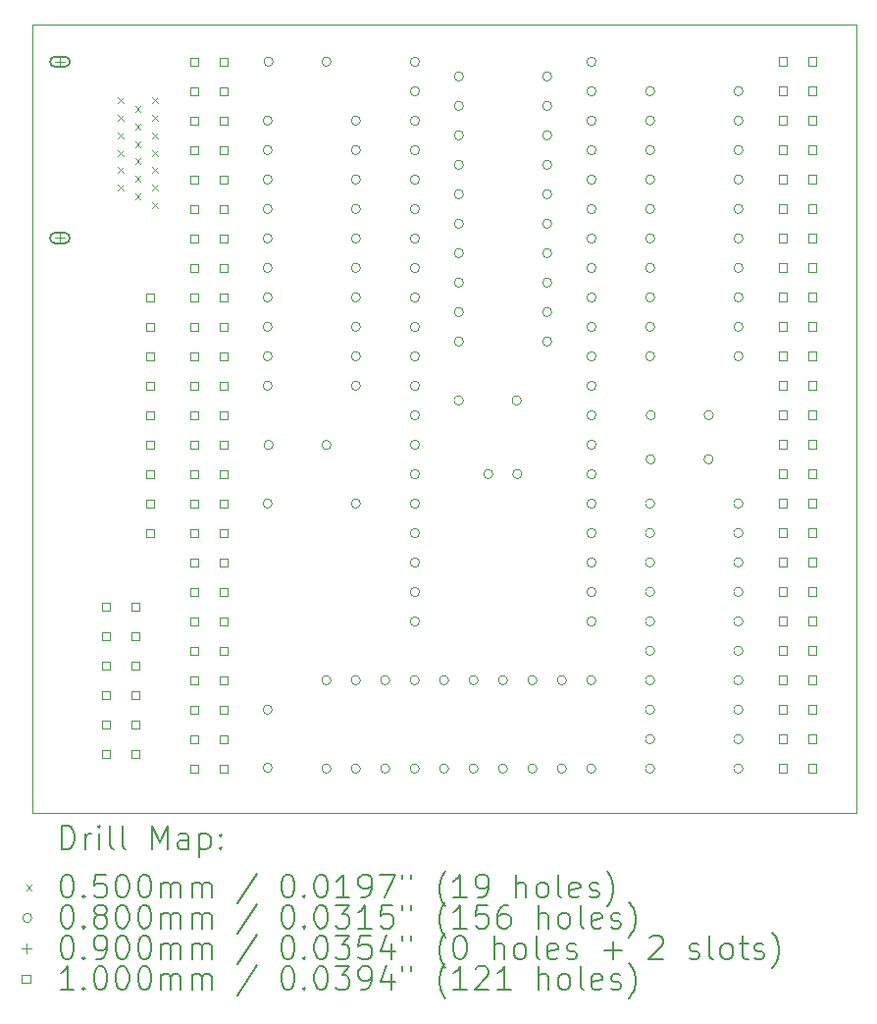
<source format=gbr>
%TF.GenerationSoftware,KiCad,Pcbnew,(6.0.9)*%
%TF.CreationDate,2024-06-02T20:06:49+02:00*%
%TF.ProjectId,Sombrero_MSX_Goa'uld_X,536f6d62-7265-4726-9f5f-4d53585f476f,rev?*%
%TF.SameCoordinates,Original*%
%TF.FileFunction,Drillmap*%
%TF.FilePolarity,Positive*%
%FSLAX45Y45*%
G04 Gerber Fmt 4.5, Leading zero omitted, Abs format (unit mm)*
G04 Created by KiCad (PCBNEW (6.0.9)) date 2024-06-02 20:06:49*
%MOMM*%
%LPD*%
G01*
G04 APERTURE LIST*
%ADD10C,0.050000*%
%ADD11C,0.200000*%
%ADD12C,0.080000*%
%ADD13C,0.090000*%
%ADD14C,0.100000*%
G04 APERTURE END LIST*
D10*
X10668000Y-7556500D02*
X17780000Y-7556500D01*
X17780000Y-7556500D02*
X17780000Y-14351000D01*
X17780000Y-14351000D02*
X10668000Y-14351000D01*
X10668000Y-14351000D02*
X10668000Y-7556500D01*
D11*
D10*
X11405000Y-8184000D02*
X11455000Y-8234000D01*
X11455000Y-8184000D02*
X11405000Y-8234000D01*
X11405000Y-8334000D02*
X11455000Y-8384000D01*
X11455000Y-8334000D02*
X11405000Y-8384000D01*
X11405000Y-8484000D02*
X11455000Y-8534000D01*
X11455000Y-8484000D02*
X11405000Y-8534000D01*
X11405000Y-8634000D02*
X11455000Y-8684000D01*
X11455000Y-8634000D02*
X11405000Y-8684000D01*
X11405000Y-8784000D02*
X11455000Y-8834000D01*
X11455000Y-8784000D02*
X11405000Y-8834000D01*
X11405000Y-8934000D02*
X11455000Y-8984000D01*
X11455000Y-8934000D02*
X11405000Y-8984000D01*
X11555000Y-8259000D02*
X11605000Y-8309000D01*
X11605000Y-8259000D02*
X11555000Y-8309000D01*
X11555000Y-8409000D02*
X11605000Y-8459000D01*
X11605000Y-8409000D02*
X11555000Y-8459000D01*
X11555000Y-8559000D02*
X11605000Y-8609000D01*
X11605000Y-8559000D02*
X11555000Y-8609000D01*
X11555000Y-8709000D02*
X11605000Y-8759000D01*
X11605000Y-8709000D02*
X11555000Y-8759000D01*
X11555000Y-8859000D02*
X11605000Y-8909000D01*
X11605000Y-8859000D02*
X11555000Y-8909000D01*
X11555000Y-9009000D02*
X11605000Y-9059000D01*
X11605000Y-9009000D02*
X11555000Y-9059000D01*
X11705000Y-8184000D02*
X11755000Y-8234000D01*
X11755000Y-8184000D02*
X11705000Y-8234000D01*
X11705000Y-8334000D02*
X11755000Y-8384000D01*
X11755000Y-8334000D02*
X11705000Y-8384000D01*
X11705000Y-8484000D02*
X11755000Y-8534000D01*
X11755000Y-8484000D02*
X11705000Y-8534000D01*
X11705000Y-8634000D02*
X11755000Y-8684000D01*
X11755000Y-8634000D02*
X11705000Y-8684000D01*
X11705000Y-8784000D02*
X11755000Y-8834000D01*
X11755000Y-8784000D02*
X11705000Y-8834000D01*
X11705000Y-8934000D02*
X11755000Y-8984000D01*
X11755000Y-8934000D02*
X11705000Y-8984000D01*
X11705000Y-9084000D02*
X11755000Y-9134000D01*
X11755000Y-9084000D02*
X11705000Y-9134000D01*
D12*
X12740000Y-8382000D02*
G75*
G03*
X12740000Y-8382000I-40000J0D01*
G01*
X12740000Y-8636000D02*
G75*
G03*
X12740000Y-8636000I-40000J0D01*
G01*
X12740000Y-8890000D02*
G75*
G03*
X12740000Y-8890000I-40000J0D01*
G01*
X12740000Y-9144000D02*
G75*
G03*
X12740000Y-9144000I-40000J0D01*
G01*
X12740000Y-9398000D02*
G75*
G03*
X12740000Y-9398000I-40000J0D01*
G01*
X12740000Y-9652000D02*
G75*
G03*
X12740000Y-9652000I-40000J0D01*
G01*
X12740000Y-9906000D02*
G75*
G03*
X12740000Y-9906000I-40000J0D01*
G01*
X12740000Y-10160000D02*
G75*
G03*
X12740000Y-10160000I-40000J0D01*
G01*
X12740000Y-10414000D02*
G75*
G03*
X12740000Y-10414000I-40000J0D01*
G01*
X12740000Y-10668000D02*
G75*
G03*
X12740000Y-10668000I-40000J0D01*
G01*
X12740000Y-11684000D02*
G75*
G03*
X12740000Y-11684000I-40000J0D01*
G01*
X12740000Y-13462000D02*
G75*
G03*
X12740000Y-13462000I-40000J0D01*
G01*
X12740000Y-13962000D02*
G75*
G03*
X12740000Y-13962000I-40000J0D01*
G01*
X12748000Y-7874000D02*
G75*
G03*
X12748000Y-7874000I-40000J0D01*
G01*
X12748000Y-11178500D02*
G75*
G03*
X12748000Y-11178500I-40000J0D01*
G01*
X13247000Y-13207500D02*
G75*
G03*
X13247000Y-13207500I-40000J0D01*
G01*
X13247000Y-13969500D02*
G75*
G03*
X13247000Y-13969500I-40000J0D01*
G01*
X13248000Y-7874000D02*
G75*
G03*
X13248000Y-7874000I-40000J0D01*
G01*
X13248000Y-11178500D02*
G75*
G03*
X13248000Y-11178500I-40000J0D01*
G01*
X13501000Y-13207500D02*
G75*
G03*
X13501000Y-13207500I-40000J0D01*
G01*
X13501000Y-13969500D02*
G75*
G03*
X13501000Y-13969500I-40000J0D01*
G01*
X13502000Y-8382000D02*
G75*
G03*
X13502000Y-8382000I-40000J0D01*
G01*
X13502000Y-8636000D02*
G75*
G03*
X13502000Y-8636000I-40000J0D01*
G01*
X13502000Y-8890000D02*
G75*
G03*
X13502000Y-8890000I-40000J0D01*
G01*
X13502000Y-9144000D02*
G75*
G03*
X13502000Y-9144000I-40000J0D01*
G01*
X13502000Y-9398000D02*
G75*
G03*
X13502000Y-9398000I-40000J0D01*
G01*
X13502000Y-9652000D02*
G75*
G03*
X13502000Y-9652000I-40000J0D01*
G01*
X13502000Y-9906000D02*
G75*
G03*
X13502000Y-9906000I-40000J0D01*
G01*
X13502000Y-10160000D02*
G75*
G03*
X13502000Y-10160000I-40000J0D01*
G01*
X13502000Y-10414000D02*
G75*
G03*
X13502000Y-10414000I-40000J0D01*
G01*
X13502000Y-10668000D02*
G75*
G03*
X13502000Y-10668000I-40000J0D01*
G01*
X13502000Y-11684000D02*
G75*
G03*
X13502000Y-11684000I-40000J0D01*
G01*
X13755000Y-13207500D02*
G75*
G03*
X13755000Y-13207500I-40000J0D01*
G01*
X13755000Y-13969500D02*
G75*
G03*
X13755000Y-13969500I-40000J0D01*
G01*
X14009000Y-13207500D02*
G75*
G03*
X14009000Y-13207500I-40000J0D01*
G01*
X14009000Y-13969500D02*
G75*
G03*
X14009000Y-13969500I-40000J0D01*
G01*
X14011000Y-7874000D02*
G75*
G03*
X14011000Y-7874000I-40000J0D01*
G01*
X14011000Y-8128000D02*
G75*
G03*
X14011000Y-8128000I-40000J0D01*
G01*
X14011000Y-8382000D02*
G75*
G03*
X14011000Y-8382000I-40000J0D01*
G01*
X14011000Y-8636000D02*
G75*
G03*
X14011000Y-8636000I-40000J0D01*
G01*
X14011000Y-8890000D02*
G75*
G03*
X14011000Y-8890000I-40000J0D01*
G01*
X14011000Y-9144000D02*
G75*
G03*
X14011000Y-9144000I-40000J0D01*
G01*
X14011000Y-9398000D02*
G75*
G03*
X14011000Y-9398000I-40000J0D01*
G01*
X14011000Y-9652000D02*
G75*
G03*
X14011000Y-9652000I-40000J0D01*
G01*
X14011000Y-9906000D02*
G75*
G03*
X14011000Y-9906000I-40000J0D01*
G01*
X14011000Y-10160000D02*
G75*
G03*
X14011000Y-10160000I-40000J0D01*
G01*
X14011000Y-10414000D02*
G75*
G03*
X14011000Y-10414000I-40000J0D01*
G01*
X14011000Y-10668000D02*
G75*
G03*
X14011000Y-10668000I-40000J0D01*
G01*
X14011000Y-10922000D02*
G75*
G03*
X14011000Y-10922000I-40000J0D01*
G01*
X14011000Y-11176000D02*
G75*
G03*
X14011000Y-11176000I-40000J0D01*
G01*
X14011000Y-11430000D02*
G75*
G03*
X14011000Y-11430000I-40000J0D01*
G01*
X14011000Y-11684000D02*
G75*
G03*
X14011000Y-11684000I-40000J0D01*
G01*
X14011000Y-11938000D02*
G75*
G03*
X14011000Y-11938000I-40000J0D01*
G01*
X14011000Y-12192000D02*
G75*
G03*
X14011000Y-12192000I-40000J0D01*
G01*
X14011000Y-12446000D02*
G75*
G03*
X14011000Y-12446000I-40000J0D01*
G01*
X14011000Y-12700000D02*
G75*
G03*
X14011000Y-12700000I-40000J0D01*
G01*
X14263000Y-13207500D02*
G75*
G03*
X14263000Y-13207500I-40000J0D01*
G01*
X14263000Y-13969500D02*
G75*
G03*
X14263000Y-13969500I-40000J0D01*
G01*
X14389500Y-10795000D02*
G75*
G03*
X14389500Y-10795000I-40000J0D01*
G01*
X14391000Y-8001000D02*
G75*
G03*
X14391000Y-8001000I-40000J0D01*
G01*
X14391000Y-8255000D02*
G75*
G03*
X14391000Y-8255000I-40000J0D01*
G01*
X14391000Y-8509000D02*
G75*
G03*
X14391000Y-8509000I-40000J0D01*
G01*
X14391000Y-8763000D02*
G75*
G03*
X14391000Y-8763000I-40000J0D01*
G01*
X14391000Y-9017000D02*
G75*
G03*
X14391000Y-9017000I-40000J0D01*
G01*
X14391000Y-9271000D02*
G75*
G03*
X14391000Y-9271000I-40000J0D01*
G01*
X14391000Y-9525000D02*
G75*
G03*
X14391000Y-9525000I-40000J0D01*
G01*
X14391000Y-9779000D02*
G75*
G03*
X14391000Y-9779000I-40000J0D01*
G01*
X14391000Y-10033000D02*
G75*
G03*
X14391000Y-10033000I-40000J0D01*
G01*
X14391000Y-10287000D02*
G75*
G03*
X14391000Y-10287000I-40000J0D01*
G01*
X14517000Y-13207500D02*
G75*
G03*
X14517000Y-13207500I-40000J0D01*
G01*
X14517000Y-13969500D02*
G75*
G03*
X14517000Y-13969500I-40000J0D01*
G01*
X14645000Y-11430000D02*
G75*
G03*
X14645000Y-11430000I-40000J0D01*
G01*
X14771000Y-13207500D02*
G75*
G03*
X14771000Y-13207500I-40000J0D01*
G01*
X14771000Y-13969500D02*
G75*
G03*
X14771000Y-13969500I-40000J0D01*
G01*
X14889500Y-10795000D02*
G75*
G03*
X14889500Y-10795000I-40000J0D01*
G01*
X14895000Y-11430000D02*
G75*
G03*
X14895000Y-11430000I-40000J0D01*
G01*
X15025000Y-13207500D02*
G75*
G03*
X15025000Y-13207500I-40000J0D01*
G01*
X15025000Y-13969500D02*
G75*
G03*
X15025000Y-13969500I-40000J0D01*
G01*
X15153000Y-8001000D02*
G75*
G03*
X15153000Y-8001000I-40000J0D01*
G01*
X15153000Y-8255000D02*
G75*
G03*
X15153000Y-8255000I-40000J0D01*
G01*
X15153000Y-8509000D02*
G75*
G03*
X15153000Y-8509000I-40000J0D01*
G01*
X15153000Y-8763000D02*
G75*
G03*
X15153000Y-8763000I-40000J0D01*
G01*
X15153000Y-9017000D02*
G75*
G03*
X15153000Y-9017000I-40000J0D01*
G01*
X15153000Y-9271000D02*
G75*
G03*
X15153000Y-9271000I-40000J0D01*
G01*
X15153000Y-9525000D02*
G75*
G03*
X15153000Y-9525000I-40000J0D01*
G01*
X15153000Y-9779000D02*
G75*
G03*
X15153000Y-9779000I-40000J0D01*
G01*
X15153000Y-10033000D02*
G75*
G03*
X15153000Y-10033000I-40000J0D01*
G01*
X15153000Y-10287000D02*
G75*
G03*
X15153000Y-10287000I-40000J0D01*
G01*
X15279000Y-13207500D02*
G75*
G03*
X15279000Y-13207500I-40000J0D01*
G01*
X15279000Y-13969500D02*
G75*
G03*
X15279000Y-13969500I-40000J0D01*
G01*
X15533000Y-13207500D02*
G75*
G03*
X15533000Y-13207500I-40000J0D01*
G01*
X15533000Y-13969500D02*
G75*
G03*
X15533000Y-13969500I-40000J0D01*
G01*
X15535000Y-7874000D02*
G75*
G03*
X15535000Y-7874000I-40000J0D01*
G01*
X15535000Y-8128000D02*
G75*
G03*
X15535000Y-8128000I-40000J0D01*
G01*
X15535000Y-8382000D02*
G75*
G03*
X15535000Y-8382000I-40000J0D01*
G01*
X15535000Y-8636000D02*
G75*
G03*
X15535000Y-8636000I-40000J0D01*
G01*
X15535000Y-8890000D02*
G75*
G03*
X15535000Y-8890000I-40000J0D01*
G01*
X15535000Y-9144000D02*
G75*
G03*
X15535000Y-9144000I-40000J0D01*
G01*
X15535000Y-9398000D02*
G75*
G03*
X15535000Y-9398000I-40000J0D01*
G01*
X15535000Y-9652000D02*
G75*
G03*
X15535000Y-9652000I-40000J0D01*
G01*
X15535000Y-9906000D02*
G75*
G03*
X15535000Y-9906000I-40000J0D01*
G01*
X15535000Y-10160000D02*
G75*
G03*
X15535000Y-10160000I-40000J0D01*
G01*
X15535000Y-10414000D02*
G75*
G03*
X15535000Y-10414000I-40000J0D01*
G01*
X15535000Y-10668000D02*
G75*
G03*
X15535000Y-10668000I-40000J0D01*
G01*
X15535000Y-10922000D02*
G75*
G03*
X15535000Y-10922000I-40000J0D01*
G01*
X15535000Y-11176000D02*
G75*
G03*
X15535000Y-11176000I-40000J0D01*
G01*
X15535000Y-11430000D02*
G75*
G03*
X15535000Y-11430000I-40000J0D01*
G01*
X15535000Y-11684000D02*
G75*
G03*
X15535000Y-11684000I-40000J0D01*
G01*
X15535000Y-11938000D02*
G75*
G03*
X15535000Y-11938000I-40000J0D01*
G01*
X15535000Y-12192000D02*
G75*
G03*
X15535000Y-12192000I-40000J0D01*
G01*
X15535000Y-12446000D02*
G75*
G03*
X15535000Y-12446000I-40000J0D01*
G01*
X15535000Y-12700000D02*
G75*
G03*
X15535000Y-12700000I-40000J0D01*
G01*
X16040500Y-11684000D02*
G75*
G03*
X16040500Y-11684000I-40000J0D01*
G01*
X16040500Y-11938000D02*
G75*
G03*
X16040500Y-11938000I-40000J0D01*
G01*
X16040500Y-12192000D02*
G75*
G03*
X16040500Y-12192000I-40000J0D01*
G01*
X16040500Y-12446000D02*
G75*
G03*
X16040500Y-12446000I-40000J0D01*
G01*
X16040500Y-12700000D02*
G75*
G03*
X16040500Y-12700000I-40000J0D01*
G01*
X16040500Y-12954000D02*
G75*
G03*
X16040500Y-12954000I-40000J0D01*
G01*
X16040500Y-13208000D02*
G75*
G03*
X16040500Y-13208000I-40000J0D01*
G01*
X16040500Y-13462000D02*
G75*
G03*
X16040500Y-13462000I-40000J0D01*
G01*
X16040500Y-13716000D02*
G75*
G03*
X16040500Y-13716000I-40000J0D01*
G01*
X16040500Y-13970000D02*
G75*
G03*
X16040500Y-13970000I-40000J0D01*
G01*
X16042000Y-8128000D02*
G75*
G03*
X16042000Y-8128000I-40000J0D01*
G01*
X16042000Y-8382000D02*
G75*
G03*
X16042000Y-8382000I-40000J0D01*
G01*
X16042000Y-8636000D02*
G75*
G03*
X16042000Y-8636000I-40000J0D01*
G01*
X16042000Y-8890000D02*
G75*
G03*
X16042000Y-8890000I-40000J0D01*
G01*
X16042000Y-9144000D02*
G75*
G03*
X16042000Y-9144000I-40000J0D01*
G01*
X16042000Y-9398000D02*
G75*
G03*
X16042000Y-9398000I-40000J0D01*
G01*
X16042000Y-9652000D02*
G75*
G03*
X16042000Y-9652000I-40000J0D01*
G01*
X16042000Y-9906000D02*
G75*
G03*
X16042000Y-9906000I-40000J0D01*
G01*
X16042000Y-10160000D02*
G75*
G03*
X16042000Y-10160000I-40000J0D01*
G01*
X16042000Y-10414000D02*
G75*
G03*
X16042000Y-10414000I-40000J0D01*
G01*
X16046000Y-11303000D02*
G75*
G03*
X16046000Y-11303000I-40000J0D01*
G01*
X16047500Y-10921500D02*
G75*
G03*
X16047500Y-10921500I-40000J0D01*
G01*
X16546000Y-11303000D02*
G75*
G03*
X16546000Y-11303000I-40000J0D01*
G01*
X16547500Y-10921500D02*
G75*
G03*
X16547500Y-10921500I-40000J0D01*
G01*
X16802500Y-11684000D02*
G75*
G03*
X16802500Y-11684000I-40000J0D01*
G01*
X16802500Y-11938000D02*
G75*
G03*
X16802500Y-11938000I-40000J0D01*
G01*
X16802500Y-12192000D02*
G75*
G03*
X16802500Y-12192000I-40000J0D01*
G01*
X16802500Y-12446000D02*
G75*
G03*
X16802500Y-12446000I-40000J0D01*
G01*
X16802500Y-12700000D02*
G75*
G03*
X16802500Y-12700000I-40000J0D01*
G01*
X16802500Y-12954000D02*
G75*
G03*
X16802500Y-12954000I-40000J0D01*
G01*
X16802500Y-13208000D02*
G75*
G03*
X16802500Y-13208000I-40000J0D01*
G01*
X16802500Y-13462000D02*
G75*
G03*
X16802500Y-13462000I-40000J0D01*
G01*
X16802500Y-13716000D02*
G75*
G03*
X16802500Y-13716000I-40000J0D01*
G01*
X16802500Y-13970000D02*
G75*
G03*
X16802500Y-13970000I-40000J0D01*
G01*
X16804000Y-8128000D02*
G75*
G03*
X16804000Y-8128000I-40000J0D01*
G01*
X16804000Y-8382000D02*
G75*
G03*
X16804000Y-8382000I-40000J0D01*
G01*
X16804000Y-8636000D02*
G75*
G03*
X16804000Y-8636000I-40000J0D01*
G01*
X16804000Y-8890000D02*
G75*
G03*
X16804000Y-8890000I-40000J0D01*
G01*
X16804000Y-9144000D02*
G75*
G03*
X16804000Y-9144000I-40000J0D01*
G01*
X16804000Y-9398000D02*
G75*
G03*
X16804000Y-9398000I-40000J0D01*
G01*
X16804000Y-9652000D02*
G75*
G03*
X16804000Y-9652000I-40000J0D01*
G01*
X16804000Y-9906000D02*
G75*
G03*
X16804000Y-9906000I-40000J0D01*
G01*
X16804000Y-10160000D02*
G75*
G03*
X16804000Y-10160000I-40000J0D01*
G01*
X16804000Y-10414000D02*
G75*
G03*
X16804000Y-10414000I-40000J0D01*
G01*
D13*
X10908000Y-7829000D02*
X10908000Y-7919000D01*
X10863000Y-7874000D02*
X10953000Y-7874000D01*
D11*
X10948000Y-7829000D02*
X10868000Y-7829000D01*
X10948000Y-7919000D02*
X10868000Y-7919000D01*
X10868000Y-7829000D02*
G75*
G03*
X10868000Y-7919000I0J-45000D01*
G01*
X10948000Y-7919000D02*
G75*
G03*
X10948000Y-7829000I0J45000D01*
G01*
D13*
X10908000Y-9349000D02*
X10908000Y-9439000D01*
X10863000Y-9394000D02*
X10953000Y-9394000D01*
D11*
X10948000Y-9349000D02*
X10868000Y-9349000D01*
X10948000Y-9439000D02*
X10868000Y-9439000D01*
X10868000Y-9349000D02*
G75*
G03*
X10868000Y-9439000I0J-45000D01*
G01*
X10948000Y-9439000D02*
G75*
G03*
X10948000Y-9349000I0J45000D01*
G01*
D14*
X11338356Y-12608356D02*
X11338356Y-12537644D01*
X11267644Y-12537644D01*
X11267644Y-12608356D01*
X11338356Y-12608356D01*
X11338356Y-12862356D02*
X11338356Y-12791644D01*
X11267644Y-12791644D01*
X11267644Y-12862356D01*
X11338356Y-12862356D01*
X11338356Y-13116356D02*
X11338356Y-13045644D01*
X11267644Y-13045644D01*
X11267644Y-13116356D01*
X11338356Y-13116356D01*
X11338356Y-13370356D02*
X11338356Y-13299644D01*
X11267644Y-13299644D01*
X11267644Y-13370356D01*
X11338356Y-13370356D01*
X11338356Y-13624356D02*
X11338356Y-13553644D01*
X11267644Y-13553644D01*
X11267644Y-13624356D01*
X11338356Y-13624356D01*
X11338356Y-13878356D02*
X11338356Y-13807644D01*
X11267644Y-13807644D01*
X11267644Y-13878356D01*
X11338356Y-13878356D01*
X11592356Y-12608356D02*
X11592356Y-12537644D01*
X11521644Y-12537644D01*
X11521644Y-12608356D01*
X11592356Y-12608356D01*
X11592356Y-12862356D02*
X11592356Y-12791644D01*
X11521644Y-12791644D01*
X11521644Y-12862356D01*
X11592356Y-12862356D01*
X11592356Y-13116356D02*
X11592356Y-13045644D01*
X11521644Y-13045644D01*
X11521644Y-13116356D01*
X11592356Y-13116356D01*
X11592356Y-13370356D02*
X11592356Y-13299644D01*
X11521644Y-13299644D01*
X11521644Y-13370356D01*
X11592356Y-13370356D01*
X11592356Y-13624356D02*
X11592356Y-13553644D01*
X11521644Y-13553644D01*
X11521644Y-13624356D01*
X11592356Y-13624356D01*
X11592356Y-13878356D02*
X11592356Y-13807644D01*
X11521644Y-13807644D01*
X11521644Y-13878356D01*
X11592356Y-13878356D01*
X11719356Y-9941356D02*
X11719356Y-9870644D01*
X11648644Y-9870644D01*
X11648644Y-9941356D01*
X11719356Y-9941356D01*
X11719356Y-10195356D02*
X11719356Y-10124644D01*
X11648644Y-10124644D01*
X11648644Y-10195356D01*
X11719356Y-10195356D01*
X11719356Y-10449356D02*
X11719356Y-10378644D01*
X11648644Y-10378644D01*
X11648644Y-10449356D01*
X11719356Y-10449356D01*
X11719356Y-10703356D02*
X11719356Y-10632644D01*
X11648644Y-10632644D01*
X11648644Y-10703356D01*
X11719356Y-10703356D01*
X11719356Y-10957356D02*
X11719356Y-10886644D01*
X11648644Y-10886644D01*
X11648644Y-10957356D01*
X11719356Y-10957356D01*
X11719356Y-11211356D02*
X11719356Y-11140644D01*
X11648644Y-11140644D01*
X11648644Y-11211356D01*
X11719356Y-11211356D01*
X11719356Y-11465356D02*
X11719356Y-11394644D01*
X11648644Y-11394644D01*
X11648644Y-11465356D01*
X11719356Y-11465356D01*
X11719356Y-11719356D02*
X11719356Y-11648644D01*
X11648644Y-11648644D01*
X11648644Y-11719356D01*
X11719356Y-11719356D01*
X11719356Y-11973356D02*
X11719356Y-11902644D01*
X11648644Y-11902644D01*
X11648644Y-11973356D01*
X11719356Y-11973356D01*
X12100356Y-7909356D02*
X12100356Y-7838644D01*
X12029644Y-7838644D01*
X12029644Y-7909356D01*
X12100356Y-7909356D01*
X12100356Y-8163356D02*
X12100356Y-8092644D01*
X12029644Y-8092644D01*
X12029644Y-8163356D01*
X12100356Y-8163356D01*
X12100356Y-8417356D02*
X12100356Y-8346644D01*
X12029644Y-8346644D01*
X12029644Y-8417356D01*
X12100356Y-8417356D01*
X12100356Y-8671356D02*
X12100356Y-8600644D01*
X12029644Y-8600644D01*
X12029644Y-8671356D01*
X12100356Y-8671356D01*
X12100356Y-8925356D02*
X12100356Y-8854644D01*
X12029644Y-8854644D01*
X12029644Y-8925356D01*
X12100356Y-8925356D01*
X12100356Y-9179356D02*
X12100356Y-9108644D01*
X12029644Y-9108644D01*
X12029644Y-9179356D01*
X12100356Y-9179356D01*
X12100356Y-9433356D02*
X12100356Y-9362644D01*
X12029644Y-9362644D01*
X12029644Y-9433356D01*
X12100356Y-9433356D01*
X12100356Y-9687356D02*
X12100356Y-9616644D01*
X12029644Y-9616644D01*
X12029644Y-9687356D01*
X12100356Y-9687356D01*
X12100356Y-9941356D02*
X12100356Y-9870644D01*
X12029644Y-9870644D01*
X12029644Y-9941356D01*
X12100356Y-9941356D01*
X12100356Y-10195356D02*
X12100356Y-10124644D01*
X12029644Y-10124644D01*
X12029644Y-10195356D01*
X12100356Y-10195356D01*
X12100356Y-10449356D02*
X12100356Y-10378644D01*
X12029644Y-10378644D01*
X12029644Y-10449356D01*
X12100356Y-10449356D01*
X12100356Y-10703356D02*
X12100356Y-10632644D01*
X12029644Y-10632644D01*
X12029644Y-10703356D01*
X12100356Y-10703356D01*
X12100356Y-10957356D02*
X12100356Y-10886644D01*
X12029644Y-10886644D01*
X12029644Y-10957356D01*
X12100356Y-10957356D01*
X12100356Y-11211356D02*
X12100356Y-11140644D01*
X12029644Y-11140644D01*
X12029644Y-11211356D01*
X12100356Y-11211356D01*
X12100356Y-11465356D02*
X12100356Y-11394644D01*
X12029644Y-11394644D01*
X12029644Y-11465356D01*
X12100356Y-11465356D01*
X12100356Y-11719356D02*
X12100356Y-11648644D01*
X12029644Y-11648644D01*
X12029644Y-11719356D01*
X12100356Y-11719356D01*
X12100356Y-11973356D02*
X12100356Y-11902644D01*
X12029644Y-11902644D01*
X12029644Y-11973356D01*
X12100356Y-11973356D01*
X12100356Y-12227356D02*
X12100356Y-12156644D01*
X12029644Y-12156644D01*
X12029644Y-12227356D01*
X12100356Y-12227356D01*
X12100356Y-12481356D02*
X12100356Y-12410644D01*
X12029644Y-12410644D01*
X12029644Y-12481356D01*
X12100356Y-12481356D01*
X12100356Y-12735356D02*
X12100356Y-12664644D01*
X12029644Y-12664644D01*
X12029644Y-12735356D01*
X12100356Y-12735356D01*
X12100356Y-12989356D02*
X12100356Y-12918644D01*
X12029644Y-12918644D01*
X12029644Y-12989356D01*
X12100356Y-12989356D01*
X12100356Y-13243356D02*
X12100356Y-13172644D01*
X12029644Y-13172644D01*
X12029644Y-13243356D01*
X12100356Y-13243356D01*
X12100356Y-13497356D02*
X12100356Y-13426644D01*
X12029644Y-13426644D01*
X12029644Y-13497356D01*
X12100356Y-13497356D01*
X12100356Y-13751356D02*
X12100356Y-13680644D01*
X12029644Y-13680644D01*
X12029644Y-13751356D01*
X12100356Y-13751356D01*
X12100356Y-14005356D02*
X12100356Y-13934644D01*
X12029644Y-13934644D01*
X12029644Y-14005356D01*
X12100356Y-14005356D01*
X12354356Y-7909356D02*
X12354356Y-7838644D01*
X12283644Y-7838644D01*
X12283644Y-7909356D01*
X12354356Y-7909356D01*
X12354356Y-8163356D02*
X12354356Y-8092644D01*
X12283644Y-8092644D01*
X12283644Y-8163356D01*
X12354356Y-8163356D01*
X12354356Y-8417356D02*
X12354356Y-8346644D01*
X12283644Y-8346644D01*
X12283644Y-8417356D01*
X12354356Y-8417356D01*
X12354356Y-8671356D02*
X12354356Y-8600644D01*
X12283644Y-8600644D01*
X12283644Y-8671356D01*
X12354356Y-8671356D01*
X12354356Y-8925356D02*
X12354356Y-8854644D01*
X12283644Y-8854644D01*
X12283644Y-8925356D01*
X12354356Y-8925356D01*
X12354356Y-9179356D02*
X12354356Y-9108644D01*
X12283644Y-9108644D01*
X12283644Y-9179356D01*
X12354356Y-9179356D01*
X12354356Y-9433356D02*
X12354356Y-9362644D01*
X12283644Y-9362644D01*
X12283644Y-9433356D01*
X12354356Y-9433356D01*
X12354356Y-9687356D02*
X12354356Y-9616644D01*
X12283644Y-9616644D01*
X12283644Y-9687356D01*
X12354356Y-9687356D01*
X12354356Y-9941356D02*
X12354356Y-9870644D01*
X12283644Y-9870644D01*
X12283644Y-9941356D01*
X12354356Y-9941356D01*
X12354356Y-10195356D02*
X12354356Y-10124644D01*
X12283644Y-10124644D01*
X12283644Y-10195356D01*
X12354356Y-10195356D01*
X12354356Y-10449356D02*
X12354356Y-10378644D01*
X12283644Y-10378644D01*
X12283644Y-10449356D01*
X12354356Y-10449356D01*
X12354356Y-10703356D02*
X12354356Y-10632644D01*
X12283644Y-10632644D01*
X12283644Y-10703356D01*
X12354356Y-10703356D01*
X12354356Y-10957356D02*
X12354356Y-10886644D01*
X12283644Y-10886644D01*
X12283644Y-10957356D01*
X12354356Y-10957356D01*
X12354356Y-11211356D02*
X12354356Y-11140644D01*
X12283644Y-11140644D01*
X12283644Y-11211356D01*
X12354356Y-11211356D01*
X12354356Y-11465356D02*
X12354356Y-11394644D01*
X12283644Y-11394644D01*
X12283644Y-11465356D01*
X12354356Y-11465356D01*
X12354356Y-11719356D02*
X12354356Y-11648644D01*
X12283644Y-11648644D01*
X12283644Y-11719356D01*
X12354356Y-11719356D01*
X12354356Y-11973356D02*
X12354356Y-11902644D01*
X12283644Y-11902644D01*
X12283644Y-11973356D01*
X12354356Y-11973356D01*
X12354356Y-12227356D02*
X12354356Y-12156644D01*
X12283644Y-12156644D01*
X12283644Y-12227356D01*
X12354356Y-12227356D01*
X12354356Y-12481356D02*
X12354356Y-12410644D01*
X12283644Y-12410644D01*
X12283644Y-12481356D01*
X12354356Y-12481356D01*
X12354356Y-12735356D02*
X12354356Y-12664644D01*
X12283644Y-12664644D01*
X12283644Y-12735356D01*
X12354356Y-12735356D01*
X12354356Y-12989356D02*
X12354356Y-12918644D01*
X12283644Y-12918644D01*
X12283644Y-12989356D01*
X12354356Y-12989356D01*
X12354356Y-13243356D02*
X12354356Y-13172644D01*
X12283644Y-13172644D01*
X12283644Y-13243356D01*
X12354356Y-13243356D01*
X12354356Y-13497356D02*
X12354356Y-13426644D01*
X12283644Y-13426644D01*
X12283644Y-13497356D01*
X12354356Y-13497356D01*
X12354356Y-13751356D02*
X12354356Y-13680644D01*
X12283644Y-13680644D01*
X12283644Y-13751356D01*
X12354356Y-13751356D01*
X12354356Y-14005356D02*
X12354356Y-13934644D01*
X12283644Y-13934644D01*
X12283644Y-14005356D01*
X12354356Y-14005356D01*
X17180356Y-7906356D02*
X17180356Y-7835644D01*
X17109644Y-7835644D01*
X17109644Y-7906356D01*
X17180356Y-7906356D01*
X17180356Y-8160356D02*
X17180356Y-8089644D01*
X17109644Y-8089644D01*
X17109644Y-8160356D01*
X17180356Y-8160356D01*
X17180356Y-8414356D02*
X17180356Y-8343644D01*
X17109644Y-8343644D01*
X17109644Y-8414356D01*
X17180356Y-8414356D01*
X17180356Y-8668356D02*
X17180356Y-8597644D01*
X17109644Y-8597644D01*
X17109644Y-8668356D01*
X17180356Y-8668356D01*
X17180356Y-8922356D02*
X17180356Y-8851644D01*
X17109644Y-8851644D01*
X17109644Y-8922356D01*
X17180356Y-8922356D01*
X17180356Y-9176356D02*
X17180356Y-9105644D01*
X17109644Y-9105644D01*
X17109644Y-9176356D01*
X17180356Y-9176356D01*
X17180356Y-9430356D02*
X17180356Y-9359644D01*
X17109644Y-9359644D01*
X17109644Y-9430356D01*
X17180356Y-9430356D01*
X17180356Y-9684356D02*
X17180356Y-9613644D01*
X17109644Y-9613644D01*
X17109644Y-9684356D01*
X17180356Y-9684356D01*
X17180356Y-9938356D02*
X17180356Y-9867644D01*
X17109644Y-9867644D01*
X17109644Y-9938356D01*
X17180356Y-9938356D01*
X17180356Y-10192356D02*
X17180356Y-10121644D01*
X17109644Y-10121644D01*
X17109644Y-10192356D01*
X17180356Y-10192356D01*
X17180356Y-10446356D02*
X17180356Y-10375644D01*
X17109644Y-10375644D01*
X17109644Y-10446356D01*
X17180356Y-10446356D01*
X17180356Y-10700356D02*
X17180356Y-10629644D01*
X17109644Y-10629644D01*
X17109644Y-10700356D01*
X17180356Y-10700356D01*
X17180356Y-10954356D02*
X17180356Y-10883644D01*
X17109644Y-10883644D01*
X17109644Y-10954356D01*
X17180356Y-10954356D01*
X17180356Y-11208356D02*
X17180356Y-11137644D01*
X17109644Y-11137644D01*
X17109644Y-11208356D01*
X17180356Y-11208356D01*
X17180356Y-11462356D02*
X17180356Y-11391644D01*
X17109644Y-11391644D01*
X17109644Y-11462356D01*
X17180356Y-11462356D01*
X17180356Y-11716356D02*
X17180356Y-11645644D01*
X17109644Y-11645644D01*
X17109644Y-11716356D01*
X17180356Y-11716356D01*
X17180356Y-11970356D02*
X17180356Y-11899644D01*
X17109644Y-11899644D01*
X17109644Y-11970356D01*
X17180356Y-11970356D01*
X17180356Y-12224356D02*
X17180356Y-12153644D01*
X17109644Y-12153644D01*
X17109644Y-12224356D01*
X17180356Y-12224356D01*
X17180356Y-12478356D02*
X17180356Y-12407644D01*
X17109644Y-12407644D01*
X17109644Y-12478356D01*
X17180356Y-12478356D01*
X17180356Y-12732356D02*
X17180356Y-12661644D01*
X17109644Y-12661644D01*
X17109644Y-12732356D01*
X17180356Y-12732356D01*
X17180356Y-12986356D02*
X17180356Y-12915644D01*
X17109644Y-12915644D01*
X17109644Y-12986356D01*
X17180356Y-12986356D01*
X17180356Y-13240356D02*
X17180356Y-13169644D01*
X17109644Y-13169644D01*
X17109644Y-13240356D01*
X17180356Y-13240356D01*
X17180356Y-13494356D02*
X17180356Y-13423644D01*
X17109644Y-13423644D01*
X17109644Y-13494356D01*
X17180356Y-13494356D01*
X17180356Y-13748356D02*
X17180356Y-13677644D01*
X17109644Y-13677644D01*
X17109644Y-13748356D01*
X17180356Y-13748356D01*
X17180356Y-14002356D02*
X17180356Y-13931644D01*
X17109644Y-13931644D01*
X17109644Y-14002356D01*
X17180356Y-14002356D01*
X17434356Y-7906356D02*
X17434356Y-7835644D01*
X17363644Y-7835644D01*
X17363644Y-7906356D01*
X17434356Y-7906356D01*
X17434356Y-8160356D02*
X17434356Y-8089644D01*
X17363644Y-8089644D01*
X17363644Y-8160356D01*
X17434356Y-8160356D01*
X17434356Y-8414356D02*
X17434356Y-8343644D01*
X17363644Y-8343644D01*
X17363644Y-8414356D01*
X17434356Y-8414356D01*
X17434356Y-8668356D02*
X17434356Y-8597644D01*
X17363644Y-8597644D01*
X17363644Y-8668356D01*
X17434356Y-8668356D01*
X17434356Y-8922356D02*
X17434356Y-8851644D01*
X17363644Y-8851644D01*
X17363644Y-8922356D01*
X17434356Y-8922356D01*
X17434356Y-9176356D02*
X17434356Y-9105644D01*
X17363644Y-9105644D01*
X17363644Y-9176356D01*
X17434356Y-9176356D01*
X17434356Y-9430356D02*
X17434356Y-9359644D01*
X17363644Y-9359644D01*
X17363644Y-9430356D01*
X17434356Y-9430356D01*
X17434356Y-9684356D02*
X17434356Y-9613644D01*
X17363644Y-9613644D01*
X17363644Y-9684356D01*
X17434356Y-9684356D01*
X17434356Y-9938356D02*
X17434356Y-9867644D01*
X17363644Y-9867644D01*
X17363644Y-9938356D01*
X17434356Y-9938356D01*
X17434356Y-10192356D02*
X17434356Y-10121644D01*
X17363644Y-10121644D01*
X17363644Y-10192356D01*
X17434356Y-10192356D01*
X17434356Y-10446356D02*
X17434356Y-10375644D01*
X17363644Y-10375644D01*
X17363644Y-10446356D01*
X17434356Y-10446356D01*
X17434356Y-10700356D02*
X17434356Y-10629644D01*
X17363644Y-10629644D01*
X17363644Y-10700356D01*
X17434356Y-10700356D01*
X17434356Y-10954356D02*
X17434356Y-10883644D01*
X17363644Y-10883644D01*
X17363644Y-10954356D01*
X17434356Y-10954356D01*
X17434356Y-11208356D02*
X17434356Y-11137644D01*
X17363644Y-11137644D01*
X17363644Y-11208356D01*
X17434356Y-11208356D01*
X17434356Y-11462356D02*
X17434356Y-11391644D01*
X17363644Y-11391644D01*
X17363644Y-11462356D01*
X17434356Y-11462356D01*
X17434356Y-11716356D02*
X17434356Y-11645644D01*
X17363644Y-11645644D01*
X17363644Y-11716356D01*
X17434356Y-11716356D01*
X17434356Y-11970356D02*
X17434356Y-11899644D01*
X17363644Y-11899644D01*
X17363644Y-11970356D01*
X17434356Y-11970356D01*
X17434356Y-12224356D02*
X17434356Y-12153644D01*
X17363644Y-12153644D01*
X17363644Y-12224356D01*
X17434356Y-12224356D01*
X17434356Y-12478356D02*
X17434356Y-12407644D01*
X17363644Y-12407644D01*
X17363644Y-12478356D01*
X17434356Y-12478356D01*
X17434356Y-12732356D02*
X17434356Y-12661644D01*
X17363644Y-12661644D01*
X17363644Y-12732356D01*
X17434356Y-12732356D01*
X17434356Y-12986356D02*
X17434356Y-12915644D01*
X17363644Y-12915644D01*
X17363644Y-12986356D01*
X17434356Y-12986356D01*
X17434356Y-13240356D02*
X17434356Y-13169644D01*
X17363644Y-13169644D01*
X17363644Y-13240356D01*
X17434356Y-13240356D01*
X17434356Y-13494356D02*
X17434356Y-13423644D01*
X17363644Y-13423644D01*
X17363644Y-13494356D01*
X17434356Y-13494356D01*
X17434356Y-13748356D02*
X17434356Y-13677644D01*
X17363644Y-13677644D01*
X17363644Y-13748356D01*
X17434356Y-13748356D01*
X17434356Y-14002356D02*
X17434356Y-13931644D01*
X17363644Y-13931644D01*
X17363644Y-14002356D01*
X17434356Y-14002356D01*
D11*
X10923119Y-14663976D02*
X10923119Y-14463976D01*
X10970738Y-14463976D01*
X10999310Y-14473500D01*
X11018357Y-14492548D01*
X11027881Y-14511595D01*
X11037405Y-14549690D01*
X11037405Y-14578262D01*
X11027881Y-14616357D01*
X11018357Y-14635405D01*
X10999310Y-14654452D01*
X10970738Y-14663976D01*
X10923119Y-14663976D01*
X11123119Y-14663976D02*
X11123119Y-14530643D01*
X11123119Y-14568738D02*
X11132643Y-14549690D01*
X11142167Y-14540167D01*
X11161214Y-14530643D01*
X11180262Y-14530643D01*
X11246928Y-14663976D02*
X11246928Y-14530643D01*
X11246928Y-14463976D02*
X11237405Y-14473500D01*
X11246928Y-14483024D01*
X11256452Y-14473500D01*
X11246928Y-14463976D01*
X11246928Y-14483024D01*
X11370738Y-14663976D02*
X11351690Y-14654452D01*
X11342167Y-14635405D01*
X11342167Y-14463976D01*
X11475500Y-14663976D02*
X11456452Y-14654452D01*
X11446928Y-14635405D01*
X11446928Y-14463976D01*
X11704071Y-14663976D02*
X11704071Y-14463976D01*
X11770738Y-14606833D01*
X11837405Y-14463976D01*
X11837405Y-14663976D01*
X12018357Y-14663976D02*
X12018357Y-14559214D01*
X12008833Y-14540167D01*
X11989786Y-14530643D01*
X11951690Y-14530643D01*
X11932643Y-14540167D01*
X12018357Y-14654452D02*
X11999309Y-14663976D01*
X11951690Y-14663976D01*
X11932643Y-14654452D01*
X11923119Y-14635405D01*
X11923119Y-14616357D01*
X11932643Y-14597309D01*
X11951690Y-14587786D01*
X11999309Y-14587786D01*
X12018357Y-14578262D01*
X12113595Y-14530643D02*
X12113595Y-14730643D01*
X12113595Y-14540167D02*
X12132643Y-14530643D01*
X12170738Y-14530643D01*
X12189786Y-14540167D01*
X12199309Y-14549690D01*
X12208833Y-14568738D01*
X12208833Y-14625881D01*
X12199309Y-14644928D01*
X12189786Y-14654452D01*
X12170738Y-14663976D01*
X12132643Y-14663976D01*
X12113595Y-14654452D01*
X12294548Y-14644928D02*
X12304071Y-14654452D01*
X12294548Y-14663976D01*
X12285024Y-14654452D01*
X12294548Y-14644928D01*
X12294548Y-14663976D01*
X12294548Y-14540167D02*
X12304071Y-14549690D01*
X12294548Y-14559214D01*
X12285024Y-14549690D01*
X12294548Y-14540167D01*
X12294548Y-14559214D01*
D10*
X10615500Y-14968500D02*
X10665500Y-15018500D01*
X10665500Y-14968500D02*
X10615500Y-15018500D01*
D11*
X10961214Y-14883976D02*
X10980262Y-14883976D01*
X10999310Y-14893500D01*
X11008833Y-14903024D01*
X11018357Y-14922071D01*
X11027881Y-14960167D01*
X11027881Y-15007786D01*
X11018357Y-15045881D01*
X11008833Y-15064928D01*
X10999310Y-15074452D01*
X10980262Y-15083976D01*
X10961214Y-15083976D01*
X10942167Y-15074452D01*
X10932643Y-15064928D01*
X10923119Y-15045881D01*
X10913595Y-15007786D01*
X10913595Y-14960167D01*
X10923119Y-14922071D01*
X10932643Y-14903024D01*
X10942167Y-14893500D01*
X10961214Y-14883976D01*
X11113595Y-15064928D02*
X11123119Y-15074452D01*
X11113595Y-15083976D01*
X11104071Y-15074452D01*
X11113595Y-15064928D01*
X11113595Y-15083976D01*
X11304071Y-14883976D02*
X11208833Y-14883976D01*
X11199309Y-14979214D01*
X11208833Y-14969690D01*
X11227881Y-14960167D01*
X11275500Y-14960167D01*
X11294548Y-14969690D01*
X11304071Y-14979214D01*
X11313595Y-14998262D01*
X11313595Y-15045881D01*
X11304071Y-15064928D01*
X11294548Y-15074452D01*
X11275500Y-15083976D01*
X11227881Y-15083976D01*
X11208833Y-15074452D01*
X11199309Y-15064928D01*
X11437405Y-14883976D02*
X11456452Y-14883976D01*
X11475500Y-14893500D01*
X11485024Y-14903024D01*
X11494548Y-14922071D01*
X11504071Y-14960167D01*
X11504071Y-15007786D01*
X11494548Y-15045881D01*
X11485024Y-15064928D01*
X11475500Y-15074452D01*
X11456452Y-15083976D01*
X11437405Y-15083976D01*
X11418357Y-15074452D01*
X11408833Y-15064928D01*
X11399309Y-15045881D01*
X11389786Y-15007786D01*
X11389786Y-14960167D01*
X11399309Y-14922071D01*
X11408833Y-14903024D01*
X11418357Y-14893500D01*
X11437405Y-14883976D01*
X11627881Y-14883976D02*
X11646928Y-14883976D01*
X11665976Y-14893500D01*
X11675500Y-14903024D01*
X11685024Y-14922071D01*
X11694548Y-14960167D01*
X11694548Y-15007786D01*
X11685024Y-15045881D01*
X11675500Y-15064928D01*
X11665976Y-15074452D01*
X11646928Y-15083976D01*
X11627881Y-15083976D01*
X11608833Y-15074452D01*
X11599309Y-15064928D01*
X11589786Y-15045881D01*
X11580262Y-15007786D01*
X11580262Y-14960167D01*
X11589786Y-14922071D01*
X11599309Y-14903024D01*
X11608833Y-14893500D01*
X11627881Y-14883976D01*
X11780262Y-15083976D02*
X11780262Y-14950643D01*
X11780262Y-14969690D02*
X11789786Y-14960167D01*
X11808833Y-14950643D01*
X11837405Y-14950643D01*
X11856452Y-14960167D01*
X11865976Y-14979214D01*
X11865976Y-15083976D01*
X11865976Y-14979214D02*
X11875500Y-14960167D01*
X11894548Y-14950643D01*
X11923119Y-14950643D01*
X11942167Y-14960167D01*
X11951690Y-14979214D01*
X11951690Y-15083976D01*
X12046928Y-15083976D02*
X12046928Y-14950643D01*
X12046928Y-14969690D02*
X12056452Y-14960167D01*
X12075500Y-14950643D01*
X12104071Y-14950643D01*
X12123119Y-14960167D01*
X12132643Y-14979214D01*
X12132643Y-15083976D01*
X12132643Y-14979214D02*
X12142167Y-14960167D01*
X12161214Y-14950643D01*
X12189786Y-14950643D01*
X12208833Y-14960167D01*
X12218357Y-14979214D01*
X12218357Y-15083976D01*
X12608833Y-14874452D02*
X12437405Y-15131595D01*
X12865976Y-14883976D02*
X12885024Y-14883976D01*
X12904071Y-14893500D01*
X12913595Y-14903024D01*
X12923119Y-14922071D01*
X12932643Y-14960167D01*
X12932643Y-15007786D01*
X12923119Y-15045881D01*
X12913595Y-15064928D01*
X12904071Y-15074452D01*
X12885024Y-15083976D01*
X12865976Y-15083976D01*
X12846928Y-15074452D01*
X12837405Y-15064928D01*
X12827881Y-15045881D01*
X12818357Y-15007786D01*
X12818357Y-14960167D01*
X12827881Y-14922071D01*
X12837405Y-14903024D01*
X12846928Y-14893500D01*
X12865976Y-14883976D01*
X13018357Y-15064928D02*
X13027881Y-15074452D01*
X13018357Y-15083976D01*
X13008833Y-15074452D01*
X13018357Y-15064928D01*
X13018357Y-15083976D01*
X13151690Y-14883976D02*
X13170738Y-14883976D01*
X13189786Y-14893500D01*
X13199309Y-14903024D01*
X13208833Y-14922071D01*
X13218357Y-14960167D01*
X13218357Y-15007786D01*
X13208833Y-15045881D01*
X13199309Y-15064928D01*
X13189786Y-15074452D01*
X13170738Y-15083976D01*
X13151690Y-15083976D01*
X13132643Y-15074452D01*
X13123119Y-15064928D01*
X13113595Y-15045881D01*
X13104071Y-15007786D01*
X13104071Y-14960167D01*
X13113595Y-14922071D01*
X13123119Y-14903024D01*
X13132643Y-14893500D01*
X13151690Y-14883976D01*
X13408833Y-15083976D02*
X13294548Y-15083976D01*
X13351690Y-15083976D02*
X13351690Y-14883976D01*
X13332643Y-14912548D01*
X13313595Y-14931595D01*
X13294548Y-14941119D01*
X13504071Y-15083976D02*
X13542167Y-15083976D01*
X13561214Y-15074452D01*
X13570738Y-15064928D01*
X13589786Y-15036357D01*
X13599309Y-14998262D01*
X13599309Y-14922071D01*
X13589786Y-14903024D01*
X13580262Y-14893500D01*
X13561214Y-14883976D01*
X13523119Y-14883976D01*
X13504071Y-14893500D01*
X13494548Y-14903024D01*
X13485024Y-14922071D01*
X13485024Y-14969690D01*
X13494548Y-14988738D01*
X13504071Y-14998262D01*
X13523119Y-15007786D01*
X13561214Y-15007786D01*
X13580262Y-14998262D01*
X13589786Y-14988738D01*
X13599309Y-14969690D01*
X13665976Y-14883976D02*
X13799309Y-14883976D01*
X13713595Y-15083976D01*
X13865976Y-14883976D02*
X13865976Y-14922071D01*
X13942167Y-14883976D02*
X13942167Y-14922071D01*
X14237405Y-15160167D02*
X14227881Y-15150643D01*
X14208833Y-15122071D01*
X14199309Y-15103024D01*
X14189786Y-15074452D01*
X14180262Y-15026833D01*
X14180262Y-14988738D01*
X14189786Y-14941119D01*
X14199309Y-14912548D01*
X14208833Y-14893500D01*
X14227881Y-14864928D01*
X14237405Y-14855405D01*
X14418357Y-15083976D02*
X14304071Y-15083976D01*
X14361214Y-15083976D02*
X14361214Y-14883976D01*
X14342167Y-14912548D01*
X14323119Y-14931595D01*
X14304071Y-14941119D01*
X14513595Y-15083976D02*
X14551690Y-15083976D01*
X14570738Y-15074452D01*
X14580262Y-15064928D01*
X14599309Y-15036357D01*
X14608833Y-14998262D01*
X14608833Y-14922071D01*
X14599309Y-14903024D01*
X14589786Y-14893500D01*
X14570738Y-14883976D01*
X14532643Y-14883976D01*
X14513595Y-14893500D01*
X14504071Y-14903024D01*
X14494548Y-14922071D01*
X14494548Y-14969690D01*
X14504071Y-14988738D01*
X14513595Y-14998262D01*
X14532643Y-15007786D01*
X14570738Y-15007786D01*
X14589786Y-14998262D01*
X14599309Y-14988738D01*
X14608833Y-14969690D01*
X14846928Y-15083976D02*
X14846928Y-14883976D01*
X14932643Y-15083976D02*
X14932643Y-14979214D01*
X14923119Y-14960167D01*
X14904071Y-14950643D01*
X14875500Y-14950643D01*
X14856452Y-14960167D01*
X14846928Y-14969690D01*
X15056452Y-15083976D02*
X15037405Y-15074452D01*
X15027881Y-15064928D01*
X15018357Y-15045881D01*
X15018357Y-14988738D01*
X15027881Y-14969690D01*
X15037405Y-14960167D01*
X15056452Y-14950643D01*
X15085024Y-14950643D01*
X15104071Y-14960167D01*
X15113595Y-14969690D01*
X15123119Y-14988738D01*
X15123119Y-15045881D01*
X15113595Y-15064928D01*
X15104071Y-15074452D01*
X15085024Y-15083976D01*
X15056452Y-15083976D01*
X15237405Y-15083976D02*
X15218357Y-15074452D01*
X15208833Y-15055405D01*
X15208833Y-14883976D01*
X15389786Y-15074452D02*
X15370738Y-15083976D01*
X15332643Y-15083976D01*
X15313595Y-15074452D01*
X15304071Y-15055405D01*
X15304071Y-14979214D01*
X15313595Y-14960167D01*
X15332643Y-14950643D01*
X15370738Y-14950643D01*
X15389786Y-14960167D01*
X15399309Y-14979214D01*
X15399309Y-14998262D01*
X15304071Y-15017309D01*
X15475500Y-15074452D02*
X15494548Y-15083976D01*
X15532643Y-15083976D01*
X15551690Y-15074452D01*
X15561214Y-15055405D01*
X15561214Y-15045881D01*
X15551690Y-15026833D01*
X15532643Y-15017309D01*
X15504071Y-15017309D01*
X15485024Y-15007786D01*
X15475500Y-14988738D01*
X15475500Y-14979214D01*
X15485024Y-14960167D01*
X15504071Y-14950643D01*
X15532643Y-14950643D01*
X15551690Y-14960167D01*
X15627881Y-15160167D02*
X15637405Y-15150643D01*
X15656452Y-15122071D01*
X15665976Y-15103024D01*
X15675500Y-15074452D01*
X15685024Y-15026833D01*
X15685024Y-14988738D01*
X15675500Y-14941119D01*
X15665976Y-14912548D01*
X15656452Y-14893500D01*
X15637405Y-14864928D01*
X15627881Y-14855405D01*
D12*
X10665500Y-15257500D02*
G75*
G03*
X10665500Y-15257500I-40000J0D01*
G01*
D11*
X10961214Y-15147976D02*
X10980262Y-15147976D01*
X10999310Y-15157500D01*
X11008833Y-15167024D01*
X11018357Y-15186071D01*
X11027881Y-15224167D01*
X11027881Y-15271786D01*
X11018357Y-15309881D01*
X11008833Y-15328928D01*
X10999310Y-15338452D01*
X10980262Y-15347976D01*
X10961214Y-15347976D01*
X10942167Y-15338452D01*
X10932643Y-15328928D01*
X10923119Y-15309881D01*
X10913595Y-15271786D01*
X10913595Y-15224167D01*
X10923119Y-15186071D01*
X10932643Y-15167024D01*
X10942167Y-15157500D01*
X10961214Y-15147976D01*
X11113595Y-15328928D02*
X11123119Y-15338452D01*
X11113595Y-15347976D01*
X11104071Y-15338452D01*
X11113595Y-15328928D01*
X11113595Y-15347976D01*
X11237405Y-15233690D02*
X11218357Y-15224167D01*
X11208833Y-15214643D01*
X11199309Y-15195595D01*
X11199309Y-15186071D01*
X11208833Y-15167024D01*
X11218357Y-15157500D01*
X11237405Y-15147976D01*
X11275500Y-15147976D01*
X11294548Y-15157500D01*
X11304071Y-15167024D01*
X11313595Y-15186071D01*
X11313595Y-15195595D01*
X11304071Y-15214643D01*
X11294548Y-15224167D01*
X11275500Y-15233690D01*
X11237405Y-15233690D01*
X11218357Y-15243214D01*
X11208833Y-15252738D01*
X11199309Y-15271786D01*
X11199309Y-15309881D01*
X11208833Y-15328928D01*
X11218357Y-15338452D01*
X11237405Y-15347976D01*
X11275500Y-15347976D01*
X11294548Y-15338452D01*
X11304071Y-15328928D01*
X11313595Y-15309881D01*
X11313595Y-15271786D01*
X11304071Y-15252738D01*
X11294548Y-15243214D01*
X11275500Y-15233690D01*
X11437405Y-15147976D02*
X11456452Y-15147976D01*
X11475500Y-15157500D01*
X11485024Y-15167024D01*
X11494548Y-15186071D01*
X11504071Y-15224167D01*
X11504071Y-15271786D01*
X11494548Y-15309881D01*
X11485024Y-15328928D01*
X11475500Y-15338452D01*
X11456452Y-15347976D01*
X11437405Y-15347976D01*
X11418357Y-15338452D01*
X11408833Y-15328928D01*
X11399309Y-15309881D01*
X11389786Y-15271786D01*
X11389786Y-15224167D01*
X11399309Y-15186071D01*
X11408833Y-15167024D01*
X11418357Y-15157500D01*
X11437405Y-15147976D01*
X11627881Y-15147976D02*
X11646928Y-15147976D01*
X11665976Y-15157500D01*
X11675500Y-15167024D01*
X11685024Y-15186071D01*
X11694548Y-15224167D01*
X11694548Y-15271786D01*
X11685024Y-15309881D01*
X11675500Y-15328928D01*
X11665976Y-15338452D01*
X11646928Y-15347976D01*
X11627881Y-15347976D01*
X11608833Y-15338452D01*
X11599309Y-15328928D01*
X11589786Y-15309881D01*
X11580262Y-15271786D01*
X11580262Y-15224167D01*
X11589786Y-15186071D01*
X11599309Y-15167024D01*
X11608833Y-15157500D01*
X11627881Y-15147976D01*
X11780262Y-15347976D02*
X11780262Y-15214643D01*
X11780262Y-15233690D02*
X11789786Y-15224167D01*
X11808833Y-15214643D01*
X11837405Y-15214643D01*
X11856452Y-15224167D01*
X11865976Y-15243214D01*
X11865976Y-15347976D01*
X11865976Y-15243214D02*
X11875500Y-15224167D01*
X11894548Y-15214643D01*
X11923119Y-15214643D01*
X11942167Y-15224167D01*
X11951690Y-15243214D01*
X11951690Y-15347976D01*
X12046928Y-15347976D02*
X12046928Y-15214643D01*
X12046928Y-15233690D02*
X12056452Y-15224167D01*
X12075500Y-15214643D01*
X12104071Y-15214643D01*
X12123119Y-15224167D01*
X12132643Y-15243214D01*
X12132643Y-15347976D01*
X12132643Y-15243214D02*
X12142167Y-15224167D01*
X12161214Y-15214643D01*
X12189786Y-15214643D01*
X12208833Y-15224167D01*
X12218357Y-15243214D01*
X12218357Y-15347976D01*
X12608833Y-15138452D02*
X12437405Y-15395595D01*
X12865976Y-15147976D02*
X12885024Y-15147976D01*
X12904071Y-15157500D01*
X12913595Y-15167024D01*
X12923119Y-15186071D01*
X12932643Y-15224167D01*
X12932643Y-15271786D01*
X12923119Y-15309881D01*
X12913595Y-15328928D01*
X12904071Y-15338452D01*
X12885024Y-15347976D01*
X12865976Y-15347976D01*
X12846928Y-15338452D01*
X12837405Y-15328928D01*
X12827881Y-15309881D01*
X12818357Y-15271786D01*
X12818357Y-15224167D01*
X12827881Y-15186071D01*
X12837405Y-15167024D01*
X12846928Y-15157500D01*
X12865976Y-15147976D01*
X13018357Y-15328928D02*
X13027881Y-15338452D01*
X13018357Y-15347976D01*
X13008833Y-15338452D01*
X13018357Y-15328928D01*
X13018357Y-15347976D01*
X13151690Y-15147976D02*
X13170738Y-15147976D01*
X13189786Y-15157500D01*
X13199309Y-15167024D01*
X13208833Y-15186071D01*
X13218357Y-15224167D01*
X13218357Y-15271786D01*
X13208833Y-15309881D01*
X13199309Y-15328928D01*
X13189786Y-15338452D01*
X13170738Y-15347976D01*
X13151690Y-15347976D01*
X13132643Y-15338452D01*
X13123119Y-15328928D01*
X13113595Y-15309881D01*
X13104071Y-15271786D01*
X13104071Y-15224167D01*
X13113595Y-15186071D01*
X13123119Y-15167024D01*
X13132643Y-15157500D01*
X13151690Y-15147976D01*
X13285024Y-15147976D02*
X13408833Y-15147976D01*
X13342167Y-15224167D01*
X13370738Y-15224167D01*
X13389786Y-15233690D01*
X13399309Y-15243214D01*
X13408833Y-15262262D01*
X13408833Y-15309881D01*
X13399309Y-15328928D01*
X13389786Y-15338452D01*
X13370738Y-15347976D01*
X13313595Y-15347976D01*
X13294548Y-15338452D01*
X13285024Y-15328928D01*
X13599309Y-15347976D02*
X13485024Y-15347976D01*
X13542167Y-15347976D02*
X13542167Y-15147976D01*
X13523119Y-15176548D01*
X13504071Y-15195595D01*
X13485024Y-15205119D01*
X13780262Y-15147976D02*
X13685024Y-15147976D01*
X13675500Y-15243214D01*
X13685024Y-15233690D01*
X13704071Y-15224167D01*
X13751690Y-15224167D01*
X13770738Y-15233690D01*
X13780262Y-15243214D01*
X13789786Y-15262262D01*
X13789786Y-15309881D01*
X13780262Y-15328928D01*
X13770738Y-15338452D01*
X13751690Y-15347976D01*
X13704071Y-15347976D01*
X13685024Y-15338452D01*
X13675500Y-15328928D01*
X13865976Y-15147976D02*
X13865976Y-15186071D01*
X13942167Y-15147976D02*
X13942167Y-15186071D01*
X14237405Y-15424167D02*
X14227881Y-15414643D01*
X14208833Y-15386071D01*
X14199309Y-15367024D01*
X14189786Y-15338452D01*
X14180262Y-15290833D01*
X14180262Y-15252738D01*
X14189786Y-15205119D01*
X14199309Y-15176548D01*
X14208833Y-15157500D01*
X14227881Y-15128928D01*
X14237405Y-15119405D01*
X14418357Y-15347976D02*
X14304071Y-15347976D01*
X14361214Y-15347976D02*
X14361214Y-15147976D01*
X14342167Y-15176548D01*
X14323119Y-15195595D01*
X14304071Y-15205119D01*
X14599309Y-15147976D02*
X14504071Y-15147976D01*
X14494548Y-15243214D01*
X14504071Y-15233690D01*
X14523119Y-15224167D01*
X14570738Y-15224167D01*
X14589786Y-15233690D01*
X14599309Y-15243214D01*
X14608833Y-15262262D01*
X14608833Y-15309881D01*
X14599309Y-15328928D01*
X14589786Y-15338452D01*
X14570738Y-15347976D01*
X14523119Y-15347976D01*
X14504071Y-15338452D01*
X14494548Y-15328928D01*
X14780262Y-15147976D02*
X14742167Y-15147976D01*
X14723119Y-15157500D01*
X14713595Y-15167024D01*
X14694548Y-15195595D01*
X14685024Y-15233690D01*
X14685024Y-15309881D01*
X14694548Y-15328928D01*
X14704071Y-15338452D01*
X14723119Y-15347976D01*
X14761214Y-15347976D01*
X14780262Y-15338452D01*
X14789786Y-15328928D01*
X14799309Y-15309881D01*
X14799309Y-15262262D01*
X14789786Y-15243214D01*
X14780262Y-15233690D01*
X14761214Y-15224167D01*
X14723119Y-15224167D01*
X14704071Y-15233690D01*
X14694548Y-15243214D01*
X14685024Y-15262262D01*
X15037405Y-15347976D02*
X15037405Y-15147976D01*
X15123119Y-15347976D02*
X15123119Y-15243214D01*
X15113595Y-15224167D01*
X15094548Y-15214643D01*
X15065976Y-15214643D01*
X15046928Y-15224167D01*
X15037405Y-15233690D01*
X15246928Y-15347976D02*
X15227881Y-15338452D01*
X15218357Y-15328928D01*
X15208833Y-15309881D01*
X15208833Y-15252738D01*
X15218357Y-15233690D01*
X15227881Y-15224167D01*
X15246928Y-15214643D01*
X15275500Y-15214643D01*
X15294548Y-15224167D01*
X15304071Y-15233690D01*
X15313595Y-15252738D01*
X15313595Y-15309881D01*
X15304071Y-15328928D01*
X15294548Y-15338452D01*
X15275500Y-15347976D01*
X15246928Y-15347976D01*
X15427881Y-15347976D02*
X15408833Y-15338452D01*
X15399309Y-15319405D01*
X15399309Y-15147976D01*
X15580262Y-15338452D02*
X15561214Y-15347976D01*
X15523119Y-15347976D01*
X15504071Y-15338452D01*
X15494548Y-15319405D01*
X15494548Y-15243214D01*
X15504071Y-15224167D01*
X15523119Y-15214643D01*
X15561214Y-15214643D01*
X15580262Y-15224167D01*
X15589786Y-15243214D01*
X15589786Y-15262262D01*
X15494548Y-15281309D01*
X15665976Y-15338452D02*
X15685024Y-15347976D01*
X15723119Y-15347976D01*
X15742167Y-15338452D01*
X15751690Y-15319405D01*
X15751690Y-15309881D01*
X15742167Y-15290833D01*
X15723119Y-15281309D01*
X15694548Y-15281309D01*
X15675500Y-15271786D01*
X15665976Y-15252738D01*
X15665976Y-15243214D01*
X15675500Y-15224167D01*
X15694548Y-15214643D01*
X15723119Y-15214643D01*
X15742167Y-15224167D01*
X15818357Y-15424167D02*
X15827881Y-15414643D01*
X15846928Y-15386071D01*
X15856452Y-15367024D01*
X15865976Y-15338452D01*
X15875500Y-15290833D01*
X15875500Y-15252738D01*
X15865976Y-15205119D01*
X15856452Y-15176548D01*
X15846928Y-15157500D01*
X15827881Y-15128928D01*
X15818357Y-15119405D01*
D13*
X10620500Y-15476500D02*
X10620500Y-15566500D01*
X10575500Y-15521500D02*
X10665500Y-15521500D01*
D11*
X10961214Y-15411976D02*
X10980262Y-15411976D01*
X10999310Y-15421500D01*
X11008833Y-15431024D01*
X11018357Y-15450071D01*
X11027881Y-15488167D01*
X11027881Y-15535786D01*
X11018357Y-15573881D01*
X11008833Y-15592928D01*
X10999310Y-15602452D01*
X10980262Y-15611976D01*
X10961214Y-15611976D01*
X10942167Y-15602452D01*
X10932643Y-15592928D01*
X10923119Y-15573881D01*
X10913595Y-15535786D01*
X10913595Y-15488167D01*
X10923119Y-15450071D01*
X10932643Y-15431024D01*
X10942167Y-15421500D01*
X10961214Y-15411976D01*
X11113595Y-15592928D02*
X11123119Y-15602452D01*
X11113595Y-15611976D01*
X11104071Y-15602452D01*
X11113595Y-15592928D01*
X11113595Y-15611976D01*
X11218357Y-15611976D02*
X11256452Y-15611976D01*
X11275500Y-15602452D01*
X11285024Y-15592928D01*
X11304071Y-15564357D01*
X11313595Y-15526262D01*
X11313595Y-15450071D01*
X11304071Y-15431024D01*
X11294548Y-15421500D01*
X11275500Y-15411976D01*
X11237405Y-15411976D01*
X11218357Y-15421500D01*
X11208833Y-15431024D01*
X11199309Y-15450071D01*
X11199309Y-15497690D01*
X11208833Y-15516738D01*
X11218357Y-15526262D01*
X11237405Y-15535786D01*
X11275500Y-15535786D01*
X11294548Y-15526262D01*
X11304071Y-15516738D01*
X11313595Y-15497690D01*
X11437405Y-15411976D02*
X11456452Y-15411976D01*
X11475500Y-15421500D01*
X11485024Y-15431024D01*
X11494548Y-15450071D01*
X11504071Y-15488167D01*
X11504071Y-15535786D01*
X11494548Y-15573881D01*
X11485024Y-15592928D01*
X11475500Y-15602452D01*
X11456452Y-15611976D01*
X11437405Y-15611976D01*
X11418357Y-15602452D01*
X11408833Y-15592928D01*
X11399309Y-15573881D01*
X11389786Y-15535786D01*
X11389786Y-15488167D01*
X11399309Y-15450071D01*
X11408833Y-15431024D01*
X11418357Y-15421500D01*
X11437405Y-15411976D01*
X11627881Y-15411976D02*
X11646928Y-15411976D01*
X11665976Y-15421500D01*
X11675500Y-15431024D01*
X11685024Y-15450071D01*
X11694548Y-15488167D01*
X11694548Y-15535786D01*
X11685024Y-15573881D01*
X11675500Y-15592928D01*
X11665976Y-15602452D01*
X11646928Y-15611976D01*
X11627881Y-15611976D01*
X11608833Y-15602452D01*
X11599309Y-15592928D01*
X11589786Y-15573881D01*
X11580262Y-15535786D01*
X11580262Y-15488167D01*
X11589786Y-15450071D01*
X11599309Y-15431024D01*
X11608833Y-15421500D01*
X11627881Y-15411976D01*
X11780262Y-15611976D02*
X11780262Y-15478643D01*
X11780262Y-15497690D02*
X11789786Y-15488167D01*
X11808833Y-15478643D01*
X11837405Y-15478643D01*
X11856452Y-15488167D01*
X11865976Y-15507214D01*
X11865976Y-15611976D01*
X11865976Y-15507214D02*
X11875500Y-15488167D01*
X11894548Y-15478643D01*
X11923119Y-15478643D01*
X11942167Y-15488167D01*
X11951690Y-15507214D01*
X11951690Y-15611976D01*
X12046928Y-15611976D02*
X12046928Y-15478643D01*
X12046928Y-15497690D02*
X12056452Y-15488167D01*
X12075500Y-15478643D01*
X12104071Y-15478643D01*
X12123119Y-15488167D01*
X12132643Y-15507214D01*
X12132643Y-15611976D01*
X12132643Y-15507214D02*
X12142167Y-15488167D01*
X12161214Y-15478643D01*
X12189786Y-15478643D01*
X12208833Y-15488167D01*
X12218357Y-15507214D01*
X12218357Y-15611976D01*
X12608833Y-15402452D02*
X12437405Y-15659595D01*
X12865976Y-15411976D02*
X12885024Y-15411976D01*
X12904071Y-15421500D01*
X12913595Y-15431024D01*
X12923119Y-15450071D01*
X12932643Y-15488167D01*
X12932643Y-15535786D01*
X12923119Y-15573881D01*
X12913595Y-15592928D01*
X12904071Y-15602452D01*
X12885024Y-15611976D01*
X12865976Y-15611976D01*
X12846928Y-15602452D01*
X12837405Y-15592928D01*
X12827881Y-15573881D01*
X12818357Y-15535786D01*
X12818357Y-15488167D01*
X12827881Y-15450071D01*
X12837405Y-15431024D01*
X12846928Y-15421500D01*
X12865976Y-15411976D01*
X13018357Y-15592928D02*
X13027881Y-15602452D01*
X13018357Y-15611976D01*
X13008833Y-15602452D01*
X13018357Y-15592928D01*
X13018357Y-15611976D01*
X13151690Y-15411976D02*
X13170738Y-15411976D01*
X13189786Y-15421500D01*
X13199309Y-15431024D01*
X13208833Y-15450071D01*
X13218357Y-15488167D01*
X13218357Y-15535786D01*
X13208833Y-15573881D01*
X13199309Y-15592928D01*
X13189786Y-15602452D01*
X13170738Y-15611976D01*
X13151690Y-15611976D01*
X13132643Y-15602452D01*
X13123119Y-15592928D01*
X13113595Y-15573881D01*
X13104071Y-15535786D01*
X13104071Y-15488167D01*
X13113595Y-15450071D01*
X13123119Y-15431024D01*
X13132643Y-15421500D01*
X13151690Y-15411976D01*
X13285024Y-15411976D02*
X13408833Y-15411976D01*
X13342167Y-15488167D01*
X13370738Y-15488167D01*
X13389786Y-15497690D01*
X13399309Y-15507214D01*
X13408833Y-15526262D01*
X13408833Y-15573881D01*
X13399309Y-15592928D01*
X13389786Y-15602452D01*
X13370738Y-15611976D01*
X13313595Y-15611976D01*
X13294548Y-15602452D01*
X13285024Y-15592928D01*
X13589786Y-15411976D02*
X13494548Y-15411976D01*
X13485024Y-15507214D01*
X13494548Y-15497690D01*
X13513595Y-15488167D01*
X13561214Y-15488167D01*
X13580262Y-15497690D01*
X13589786Y-15507214D01*
X13599309Y-15526262D01*
X13599309Y-15573881D01*
X13589786Y-15592928D01*
X13580262Y-15602452D01*
X13561214Y-15611976D01*
X13513595Y-15611976D01*
X13494548Y-15602452D01*
X13485024Y-15592928D01*
X13770738Y-15478643D02*
X13770738Y-15611976D01*
X13723119Y-15402452D02*
X13675500Y-15545309D01*
X13799309Y-15545309D01*
X13865976Y-15411976D02*
X13865976Y-15450071D01*
X13942167Y-15411976D02*
X13942167Y-15450071D01*
X14237405Y-15688167D02*
X14227881Y-15678643D01*
X14208833Y-15650071D01*
X14199309Y-15631024D01*
X14189786Y-15602452D01*
X14180262Y-15554833D01*
X14180262Y-15516738D01*
X14189786Y-15469119D01*
X14199309Y-15440548D01*
X14208833Y-15421500D01*
X14227881Y-15392928D01*
X14237405Y-15383405D01*
X14351690Y-15411976D02*
X14370738Y-15411976D01*
X14389786Y-15421500D01*
X14399309Y-15431024D01*
X14408833Y-15450071D01*
X14418357Y-15488167D01*
X14418357Y-15535786D01*
X14408833Y-15573881D01*
X14399309Y-15592928D01*
X14389786Y-15602452D01*
X14370738Y-15611976D01*
X14351690Y-15611976D01*
X14332643Y-15602452D01*
X14323119Y-15592928D01*
X14313595Y-15573881D01*
X14304071Y-15535786D01*
X14304071Y-15488167D01*
X14313595Y-15450071D01*
X14323119Y-15431024D01*
X14332643Y-15421500D01*
X14351690Y-15411976D01*
X14656452Y-15611976D02*
X14656452Y-15411976D01*
X14742167Y-15611976D02*
X14742167Y-15507214D01*
X14732643Y-15488167D01*
X14713595Y-15478643D01*
X14685024Y-15478643D01*
X14665976Y-15488167D01*
X14656452Y-15497690D01*
X14865976Y-15611976D02*
X14846928Y-15602452D01*
X14837405Y-15592928D01*
X14827881Y-15573881D01*
X14827881Y-15516738D01*
X14837405Y-15497690D01*
X14846928Y-15488167D01*
X14865976Y-15478643D01*
X14894548Y-15478643D01*
X14913595Y-15488167D01*
X14923119Y-15497690D01*
X14932643Y-15516738D01*
X14932643Y-15573881D01*
X14923119Y-15592928D01*
X14913595Y-15602452D01*
X14894548Y-15611976D01*
X14865976Y-15611976D01*
X15046928Y-15611976D02*
X15027881Y-15602452D01*
X15018357Y-15583405D01*
X15018357Y-15411976D01*
X15199309Y-15602452D02*
X15180262Y-15611976D01*
X15142167Y-15611976D01*
X15123119Y-15602452D01*
X15113595Y-15583405D01*
X15113595Y-15507214D01*
X15123119Y-15488167D01*
X15142167Y-15478643D01*
X15180262Y-15478643D01*
X15199309Y-15488167D01*
X15208833Y-15507214D01*
X15208833Y-15526262D01*
X15113595Y-15545309D01*
X15285024Y-15602452D02*
X15304071Y-15611976D01*
X15342167Y-15611976D01*
X15361214Y-15602452D01*
X15370738Y-15583405D01*
X15370738Y-15573881D01*
X15361214Y-15554833D01*
X15342167Y-15545309D01*
X15313595Y-15545309D01*
X15294548Y-15535786D01*
X15285024Y-15516738D01*
X15285024Y-15507214D01*
X15294548Y-15488167D01*
X15313595Y-15478643D01*
X15342167Y-15478643D01*
X15361214Y-15488167D01*
X15608833Y-15535786D02*
X15761214Y-15535786D01*
X15685024Y-15611976D02*
X15685024Y-15459595D01*
X15999309Y-15431024D02*
X16008833Y-15421500D01*
X16027881Y-15411976D01*
X16075500Y-15411976D01*
X16094548Y-15421500D01*
X16104071Y-15431024D01*
X16113595Y-15450071D01*
X16113595Y-15469119D01*
X16104071Y-15497690D01*
X15989786Y-15611976D01*
X16113595Y-15611976D01*
X16342167Y-15602452D02*
X16361214Y-15611976D01*
X16399309Y-15611976D01*
X16418357Y-15602452D01*
X16427881Y-15583405D01*
X16427881Y-15573881D01*
X16418357Y-15554833D01*
X16399309Y-15545309D01*
X16370738Y-15545309D01*
X16351690Y-15535786D01*
X16342167Y-15516738D01*
X16342167Y-15507214D01*
X16351690Y-15488167D01*
X16370738Y-15478643D01*
X16399309Y-15478643D01*
X16418357Y-15488167D01*
X16542167Y-15611976D02*
X16523119Y-15602452D01*
X16513595Y-15583405D01*
X16513595Y-15411976D01*
X16646928Y-15611976D02*
X16627881Y-15602452D01*
X16618357Y-15592928D01*
X16608833Y-15573881D01*
X16608833Y-15516738D01*
X16618357Y-15497690D01*
X16627881Y-15488167D01*
X16646928Y-15478643D01*
X16675500Y-15478643D01*
X16694548Y-15488167D01*
X16704071Y-15497690D01*
X16713595Y-15516738D01*
X16713595Y-15573881D01*
X16704071Y-15592928D01*
X16694548Y-15602452D01*
X16675500Y-15611976D01*
X16646928Y-15611976D01*
X16770738Y-15478643D02*
X16846929Y-15478643D01*
X16799310Y-15411976D02*
X16799310Y-15583405D01*
X16808833Y-15602452D01*
X16827881Y-15611976D01*
X16846929Y-15611976D01*
X16904071Y-15602452D02*
X16923119Y-15611976D01*
X16961214Y-15611976D01*
X16980262Y-15602452D01*
X16989786Y-15583405D01*
X16989786Y-15573881D01*
X16980262Y-15554833D01*
X16961214Y-15545309D01*
X16932643Y-15545309D01*
X16913595Y-15535786D01*
X16904071Y-15516738D01*
X16904071Y-15507214D01*
X16913595Y-15488167D01*
X16932643Y-15478643D01*
X16961214Y-15478643D01*
X16980262Y-15488167D01*
X17056452Y-15688167D02*
X17065976Y-15678643D01*
X17085024Y-15650071D01*
X17094548Y-15631024D01*
X17104071Y-15602452D01*
X17113595Y-15554833D01*
X17113595Y-15516738D01*
X17104071Y-15469119D01*
X17094548Y-15440548D01*
X17085024Y-15421500D01*
X17065976Y-15392928D01*
X17056452Y-15383405D01*
D14*
X10650856Y-15820856D02*
X10650856Y-15750144D01*
X10580144Y-15750144D01*
X10580144Y-15820856D01*
X10650856Y-15820856D01*
D11*
X11027881Y-15875976D02*
X10913595Y-15875976D01*
X10970738Y-15875976D02*
X10970738Y-15675976D01*
X10951690Y-15704548D01*
X10932643Y-15723595D01*
X10913595Y-15733119D01*
X11113595Y-15856928D02*
X11123119Y-15866452D01*
X11113595Y-15875976D01*
X11104071Y-15866452D01*
X11113595Y-15856928D01*
X11113595Y-15875976D01*
X11246928Y-15675976D02*
X11265976Y-15675976D01*
X11285024Y-15685500D01*
X11294548Y-15695024D01*
X11304071Y-15714071D01*
X11313595Y-15752167D01*
X11313595Y-15799786D01*
X11304071Y-15837881D01*
X11294548Y-15856928D01*
X11285024Y-15866452D01*
X11265976Y-15875976D01*
X11246928Y-15875976D01*
X11227881Y-15866452D01*
X11218357Y-15856928D01*
X11208833Y-15837881D01*
X11199309Y-15799786D01*
X11199309Y-15752167D01*
X11208833Y-15714071D01*
X11218357Y-15695024D01*
X11227881Y-15685500D01*
X11246928Y-15675976D01*
X11437405Y-15675976D02*
X11456452Y-15675976D01*
X11475500Y-15685500D01*
X11485024Y-15695024D01*
X11494548Y-15714071D01*
X11504071Y-15752167D01*
X11504071Y-15799786D01*
X11494548Y-15837881D01*
X11485024Y-15856928D01*
X11475500Y-15866452D01*
X11456452Y-15875976D01*
X11437405Y-15875976D01*
X11418357Y-15866452D01*
X11408833Y-15856928D01*
X11399309Y-15837881D01*
X11389786Y-15799786D01*
X11389786Y-15752167D01*
X11399309Y-15714071D01*
X11408833Y-15695024D01*
X11418357Y-15685500D01*
X11437405Y-15675976D01*
X11627881Y-15675976D02*
X11646928Y-15675976D01*
X11665976Y-15685500D01*
X11675500Y-15695024D01*
X11685024Y-15714071D01*
X11694548Y-15752167D01*
X11694548Y-15799786D01*
X11685024Y-15837881D01*
X11675500Y-15856928D01*
X11665976Y-15866452D01*
X11646928Y-15875976D01*
X11627881Y-15875976D01*
X11608833Y-15866452D01*
X11599309Y-15856928D01*
X11589786Y-15837881D01*
X11580262Y-15799786D01*
X11580262Y-15752167D01*
X11589786Y-15714071D01*
X11599309Y-15695024D01*
X11608833Y-15685500D01*
X11627881Y-15675976D01*
X11780262Y-15875976D02*
X11780262Y-15742643D01*
X11780262Y-15761690D02*
X11789786Y-15752167D01*
X11808833Y-15742643D01*
X11837405Y-15742643D01*
X11856452Y-15752167D01*
X11865976Y-15771214D01*
X11865976Y-15875976D01*
X11865976Y-15771214D02*
X11875500Y-15752167D01*
X11894548Y-15742643D01*
X11923119Y-15742643D01*
X11942167Y-15752167D01*
X11951690Y-15771214D01*
X11951690Y-15875976D01*
X12046928Y-15875976D02*
X12046928Y-15742643D01*
X12046928Y-15761690D02*
X12056452Y-15752167D01*
X12075500Y-15742643D01*
X12104071Y-15742643D01*
X12123119Y-15752167D01*
X12132643Y-15771214D01*
X12132643Y-15875976D01*
X12132643Y-15771214D02*
X12142167Y-15752167D01*
X12161214Y-15742643D01*
X12189786Y-15742643D01*
X12208833Y-15752167D01*
X12218357Y-15771214D01*
X12218357Y-15875976D01*
X12608833Y-15666452D02*
X12437405Y-15923595D01*
X12865976Y-15675976D02*
X12885024Y-15675976D01*
X12904071Y-15685500D01*
X12913595Y-15695024D01*
X12923119Y-15714071D01*
X12932643Y-15752167D01*
X12932643Y-15799786D01*
X12923119Y-15837881D01*
X12913595Y-15856928D01*
X12904071Y-15866452D01*
X12885024Y-15875976D01*
X12865976Y-15875976D01*
X12846928Y-15866452D01*
X12837405Y-15856928D01*
X12827881Y-15837881D01*
X12818357Y-15799786D01*
X12818357Y-15752167D01*
X12827881Y-15714071D01*
X12837405Y-15695024D01*
X12846928Y-15685500D01*
X12865976Y-15675976D01*
X13018357Y-15856928D02*
X13027881Y-15866452D01*
X13018357Y-15875976D01*
X13008833Y-15866452D01*
X13018357Y-15856928D01*
X13018357Y-15875976D01*
X13151690Y-15675976D02*
X13170738Y-15675976D01*
X13189786Y-15685500D01*
X13199309Y-15695024D01*
X13208833Y-15714071D01*
X13218357Y-15752167D01*
X13218357Y-15799786D01*
X13208833Y-15837881D01*
X13199309Y-15856928D01*
X13189786Y-15866452D01*
X13170738Y-15875976D01*
X13151690Y-15875976D01*
X13132643Y-15866452D01*
X13123119Y-15856928D01*
X13113595Y-15837881D01*
X13104071Y-15799786D01*
X13104071Y-15752167D01*
X13113595Y-15714071D01*
X13123119Y-15695024D01*
X13132643Y-15685500D01*
X13151690Y-15675976D01*
X13285024Y-15675976D02*
X13408833Y-15675976D01*
X13342167Y-15752167D01*
X13370738Y-15752167D01*
X13389786Y-15761690D01*
X13399309Y-15771214D01*
X13408833Y-15790262D01*
X13408833Y-15837881D01*
X13399309Y-15856928D01*
X13389786Y-15866452D01*
X13370738Y-15875976D01*
X13313595Y-15875976D01*
X13294548Y-15866452D01*
X13285024Y-15856928D01*
X13504071Y-15875976D02*
X13542167Y-15875976D01*
X13561214Y-15866452D01*
X13570738Y-15856928D01*
X13589786Y-15828357D01*
X13599309Y-15790262D01*
X13599309Y-15714071D01*
X13589786Y-15695024D01*
X13580262Y-15685500D01*
X13561214Y-15675976D01*
X13523119Y-15675976D01*
X13504071Y-15685500D01*
X13494548Y-15695024D01*
X13485024Y-15714071D01*
X13485024Y-15761690D01*
X13494548Y-15780738D01*
X13504071Y-15790262D01*
X13523119Y-15799786D01*
X13561214Y-15799786D01*
X13580262Y-15790262D01*
X13589786Y-15780738D01*
X13599309Y-15761690D01*
X13770738Y-15742643D02*
X13770738Y-15875976D01*
X13723119Y-15666452D02*
X13675500Y-15809309D01*
X13799309Y-15809309D01*
X13865976Y-15675976D02*
X13865976Y-15714071D01*
X13942167Y-15675976D02*
X13942167Y-15714071D01*
X14237405Y-15952167D02*
X14227881Y-15942643D01*
X14208833Y-15914071D01*
X14199309Y-15895024D01*
X14189786Y-15866452D01*
X14180262Y-15818833D01*
X14180262Y-15780738D01*
X14189786Y-15733119D01*
X14199309Y-15704548D01*
X14208833Y-15685500D01*
X14227881Y-15656928D01*
X14237405Y-15647405D01*
X14418357Y-15875976D02*
X14304071Y-15875976D01*
X14361214Y-15875976D02*
X14361214Y-15675976D01*
X14342167Y-15704548D01*
X14323119Y-15723595D01*
X14304071Y-15733119D01*
X14494548Y-15695024D02*
X14504071Y-15685500D01*
X14523119Y-15675976D01*
X14570738Y-15675976D01*
X14589786Y-15685500D01*
X14599309Y-15695024D01*
X14608833Y-15714071D01*
X14608833Y-15733119D01*
X14599309Y-15761690D01*
X14485024Y-15875976D01*
X14608833Y-15875976D01*
X14799309Y-15875976D02*
X14685024Y-15875976D01*
X14742167Y-15875976D02*
X14742167Y-15675976D01*
X14723119Y-15704548D01*
X14704071Y-15723595D01*
X14685024Y-15733119D01*
X15037405Y-15875976D02*
X15037405Y-15675976D01*
X15123119Y-15875976D02*
X15123119Y-15771214D01*
X15113595Y-15752167D01*
X15094548Y-15742643D01*
X15065976Y-15742643D01*
X15046928Y-15752167D01*
X15037405Y-15761690D01*
X15246928Y-15875976D02*
X15227881Y-15866452D01*
X15218357Y-15856928D01*
X15208833Y-15837881D01*
X15208833Y-15780738D01*
X15218357Y-15761690D01*
X15227881Y-15752167D01*
X15246928Y-15742643D01*
X15275500Y-15742643D01*
X15294548Y-15752167D01*
X15304071Y-15761690D01*
X15313595Y-15780738D01*
X15313595Y-15837881D01*
X15304071Y-15856928D01*
X15294548Y-15866452D01*
X15275500Y-15875976D01*
X15246928Y-15875976D01*
X15427881Y-15875976D02*
X15408833Y-15866452D01*
X15399309Y-15847405D01*
X15399309Y-15675976D01*
X15580262Y-15866452D02*
X15561214Y-15875976D01*
X15523119Y-15875976D01*
X15504071Y-15866452D01*
X15494548Y-15847405D01*
X15494548Y-15771214D01*
X15504071Y-15752167D01*
X15523119Y-15742643D01*
X15561214Y-15742643D01*
X15580262Y-15752167D01*
X15589786Y-15771214D01*
X15589786Y-15790262D01*
X15494548Y-15809309D01*
X15665976Y-15866452D02*
X15685024Y-15875976D01*
X15723119Y-15875976D01*
X15742167Y-15866452D01*
X15751690Y-15847405D01*
X15751690Y-15837881D01*
X15742167Y-15818833D01*
X15723119Y-15809309D01*
X15694548Y-15809309D01*
X15675500Y-15799786D01*
X15665976Y-15780738D01*
X15665976Y-15771214D01*
X15675500Y-15752167D01*
X15694548Y-15742643D01*
X15723119Y-15742643D01*
X15742167Y-15752167D01*
X15818357Y-15952167D02*
X15827881Y-15942643D01*
X15846928Y-15914071D01*
X15856452Y-15895024D01*
X15865976Y-15866452D01*
X15875500Y-15818833D01*
X15875500Y-15780738D01*
X15865976Y-15733119D01*
X15856452Y-15704548D01*
X15846928Y-15685500D01*
X15827881Y-15656928D01*
X15818357Y-15647405D01*
M02*

</source>
